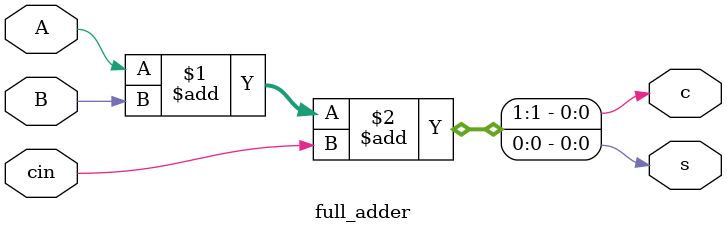
<source format=v>
module full_adder(input A,B,cin, output s,c);

assign {c,s} = A + B + cin;

endmodule
</source>
